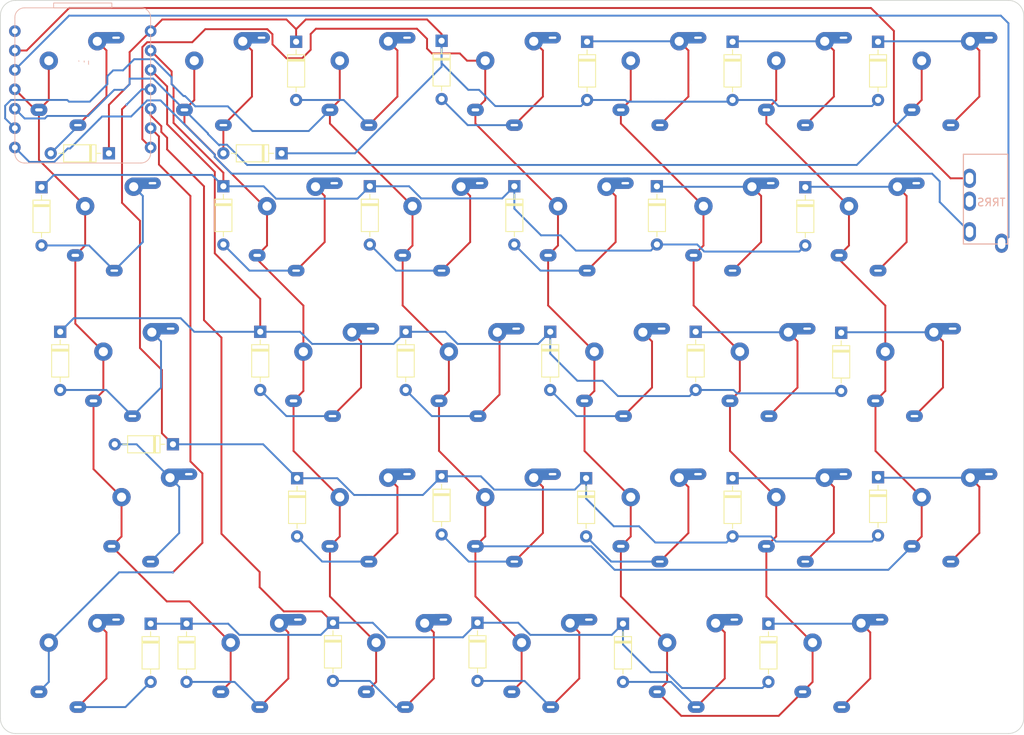
<source format=kicad_pcb>
(kicad_pcb (version 20221018) (generator pcbnew)
  (layers (0 "F.Cu" signal) (31 "B.Cu" signal) (34 "B.Paste" user) (35 "F.Paste" user) (36 "B.SilkS" user "B.Silkscreen") (37 "F.SilkS" user "F.Silkscreen") (38 "B.Mask" user) (39 "F.Mask" user) (44 "Edge.Cuts" user))
  (net 0 "")
  (net 1 "ROW1")
  (net 2 "Net-(D2-A)")
  (net 3 "Net-(D3-A)")
  (net 4 "Net-(D4-A)")
  (net 5 "Net-(D5-A)")
  (net 6 "Net-(D6-K)")
  (net 7 "Net-(D7-K)")
  (net 8 "Net-(D8-K)")
  (net 9 "Net-(D12-A)")
  (net 10 "Net-(D13-A)")
  (net 11 "Net-(D14-A)")
  (net 12 "Net-(D15-A)")
  (net 13 "Net-(D16-K)")
  (net 14 "Net-(D17-K)")
  (net 15 "Net-(D22-A)")
  (net 16 "Net-(D23-A)")
  (net 17 "Net-(D24-A)")
  (net 18 "Net-(D25-A)")
  (net 19 "Net-(D26-K)")
  (net 20 "Net-(D27-K)")
  (net 21 "Net-(D32-A)")
  (net 22 "Net-(D33-A)")
  (net 23 "Net-(D34-A)")
  (net 24 "Net-(D35-A)")
  (net 25 "Net-(D36-K)")
  (net 26 "Net-(D37-K)")
  (net 27 "Net-(D41-A)")
  (net 28 "Net-(D42-A)")
  (net 29 "Net-(D43-A)")
  (net 30 "Net-(D44-A)")
  (net 31 "Net-(D45-A)")
  (net 32 "Net-(D46-K)")
  (net 35 "ROW2")
  (net 36 "ROW3")
  (net 37 "ROW4")
  (net 38 "ROW5")
  (net 39 "COL1")
  (net 40 "COL2")
  (net 41 "COL3")
  (net 42 "COL4")
  (net 43 "COL5")
  (net 44 "VCC")
  (net 45 "GND")
  (net 46 "RX")
  (footprint "xiao:CherryMX_ChocV2_1u_with_2u_stabilizer" (layer "F.Cu") (at 66.675 128.5875)
    (fp_text reference "SW32" hide)
    (fp_text value "SW_PUSH" hide)
  )
  (footprint "foostan/kbd:CherryMX_ChocV2_1u" (layer "F.Cu") (at 100.0125 147.6375)
    (fp_text reference "SW43" hide)
    (fp_text value "SW_PUSH" hide)
  )
  (footprint "Diode_THT:D_DO-35_SOD27_P7.62mm_Horizontal" (layer "F.Cu") (at 66.675 142.621 -90)
    (fp_text reference "D41" hide)
    (fp_text value "1N4448" hide)
  )
  (footprint "Diode_THT:D_DO-35_SOD27_P7.62mm_Horizontal" (layer "F.Cu") (at 123.698 123.571 -90)
    (fp_text reference "D35" hide)
    (fp_text value "1N4448" hide)
  )
  (footprint "foostan/kbd:CherryMX_ChocV2_1u" (layer "F.Cu") (at 85.725 90.4875)
    (fp_text reference "SW13" hide)
    (fp_text value "SW_PUSH" hide)
  )
  (footprint "foostan/kbd:CherryMX_ChocV2_1u" (layer "F.Cu") (at 57.15 147.6375)
    (fp_text reference "SW41" hide)
    (fp_text value "SW_PUSH" hide)
  )
  (footprint "Diode_THT:D_DO-35_SOD27_P7.62mm_Horizontal" (layer "F.Cu") (at 161.925 66.421 -90)
    (fp_text reference "D8" hide)
    (fp_text value "1N4448" hide)
  )
  (footprint "Diode_THT:D_DO-35_SOD27_P7.62mm_Horizontal" (layer "F.Cu") (at 90.551 142.494 -90)
    (fp_text reference "D43" hide)
    (fp_text value "1N4448" hide)
  )
  (footprint "foostan/kbd:CherryMX_ChocV2_1u" (layer "F.Cu") (at 114.3 128.5875)
    (fp_text reference "SW34" hide)
    (fp_text value "SW_PUSH" hide)
  )
  (footprint "foostan/kbd:CherryMX_ChocV2_1u" (layer "F.Cu") (at 166.6875 109.5375)
    (fp_text reference "SW27" hide)
    (fp_text value "SW_PUSH" hide)
  )
  (footprint "Diode_THT:D_DO-35_SOD27_P7.62mm_Horizontal" (layer "F.Cu") (at 69.596 119.126 180)
    (fp_text reference "D32" hide)
    (fp_text value "1N4448" hide)
  )
  (footprint "Diode_THT:D_DO-35_SOD27_P7.62mm_Horizontal" (layer "F.Cu") (at 128.524 142.621 -90)
    (fp_text reference "D45" hide)
    (fp_text value "1N4448" hide)
  )
  (footprint "Diode_THT:D_DO-35_SOD27_P7.62mm_Horizontal" (layer "F.Cu") (at 83.82 81.026 180)
    (fp_text reference "D3" hide)
    (fp_text value "1N4448" hide)
  )
  (footprint "foostan/kbd:CherryMX_ChocV2_1u" (layer "F.Cu") (at 128.5875 109.5375)
    (fp_text reference "SW25" hide)
    (fp_text value "SW_PUSH" hide)
  )
  (footprint "foostan/kbd:CherryMX_ChocV2_1u" (layer "F.Cu") (at 133.35 71.4375)
    (fp_text reference "SW6" hide)
    (fp_text value "SW_PUSH" hide)
  )
  (footprint "foostan/kbd:CherryMX_ChocV2_1u" (layer "F.Cu") (at 95.25 71.4375)
    (fp_text reference "SW4" hide)
    (fp_text value "SW_PUSH" hide)
  )
  (footprint "Diode_THT:D_DO-35_SOD27_P7.62mm_Horizontal" (layer "F.Cu") (at 104.775 66.294 -90)
    (fp_text reference "D5" hide)
    (fp_text value "1N4448" hide)
  )
  (footprint "Diode_THT:D_DO-35_SOD27_P7.62mm_Horizontal" (layer "F.Cu") (at 54.83225 104.394 -90)
    (fp_text reference "D22" hide)
    (fp_text value "1N4448" hide)
  )
  (footprint "foostan/kbd:CherryMX_ChocV2_1u" (layer "F.Cu") (at 152.4 71.4375)
    (fp_text reference "SW7" hide)
    (fp_text value "SW_PUSH" hide)
  )
  (footprint "foostan/kbd:CherryMX_ChocV2_1u" (layer "F.Cu") (at 161.925 90.4875)
    (fp_text reference "SW17" hide)
    (fp_text value "SW_PUSH" hide)
  )
  (footprint "foostan/kbd:CherryMX_ChocV2_1u" (layer "F.Cu") (at 109.5375 109.5375)
    (fp_text reference "SW24" hide)
    (fp_text value "SW_PUSH" hide)
  )
  (footprint "Diode_THT:D_DO-35_SOD27_P7.62mm_Horizontal" (layer "F.Cu") (at 147.574 142.621 -90)
    (fp_text reference "D46" hide)
    (fp_text value "1N4448" hide)
  )
  (footprint "foostan/kbd:CherryMX_ChocV2_1u" (layer "F.Cu") (at 171.45 128.5875)
    (fp_text reference "SW37" hide)
    (fp_text value "SW_PUSH" hide)
  )
  (footprint "MountingHole:MountingHole_2.2mm_M2" (layer "F.Cu") (at 104.775 80.9625)
    (fp_text reference "H1" hide)
    (fp_text value "MountingHole" hide)
  )
  (footprint "foostan/kbd:CherryMX_ChocV2_1u" (layer "F.Cu") (at 61.9125 90.4875)
    (fp_text reference "SW12" hide)
    (fp_text value "SW_PUSH" hide)
  )
  (footprint "MountingHole:MountingHole_2.2mm_M2" (layer "F.Cu") (at 76.2 100.0125)
    (fp_text reference "H6" hide)
    (fp_text value "MountingHole" hide)
  )
  (footprint "Diode_THT:D_DO-35_SOD27_P7.62mm_Horizontal" (layer "F.Cu") (at 123.825 66.421 -90)
    (fp_text reference "D6" hide)
    (fp_text value "1N4448" hide)
  )
  (footprint "Diode_THT:D_DO-35_SOD27_P7.62mm_Horizontal" (layer "F.Cu") (at 100.076 104.394 -90)
    (fp_text reference "D24" hide)
    (fp_text value "1N4448" hide)
  )
  (footprint "MountingHole:MountingHole_2.2mm_M2" (layer "F.Cu") (at 171.45 80.9625)
    (fp_text reference "H5" hide)
    (fp_text value "MountingHole" hide)
  )
  (footprint "foostan/kbd:CherryMX_ChocV2_1u" (layer "F.Cu") (at 90.4875 109.5375)
    (fp_text reference "SW23" hide)
    (fp_text value "SW_PUSH" hide)
  )
  (footprint "Diode_THT:D_DO-35_SOD27_P7.62mm_Horizontal" (layer "F.Cu") (at 95.377 85.344 -90)
    (fp_text reference "D14" hide)
    (fp_text value "1N4448" hide)
  )
  (footprint "MountingHole:MountingHole_2.2mm_M2" (layer "F.Cu") (at 142.875 80.9625)
    (fp_text reference "H3" hide)
    (fp_text value "MountingHole" hide)
  )
  (footprint "foostan/kbd:CherryMX_ChocV2_1u" (layer "F.Cu") (at 95.25 128.5875)
    (fp_text reference "SW33" hide)
    (fp_text value "SW_PUSH" hide)
  )
  (footprint "foostan/kbd:CherryMX_ChocV2_1u" (layer "F.Cu") (at 123.825 90.4875)
    (fp_text reference "SW15" hide)
    (fp_text value "SW_PUSH" hide)
  )
  (footprint "foostan/kbd:CherryMX_ChocV2_1u" (layer "F.Cu") (at 157.1625 147.6375)
    (fp_text reference "SW46" hide)
    (fp_text value "SW_PUSH" hide)
  )
  (footprint "Diode_THT:D_DO-35_SOD27_P7.62mm_Horizontal" (layer "F.Cu") (at 71.374 142.621 -90)
    (fp_text reference "D42" hide)
    (fp_text value "1N4448" hide)
  )
  (footprint "foostan/kbd:CherryMX_ChocV2_1u" (layer "F.Cu") (at 80.9625 147.6375)
    (fp_text reference "SW42" hide)
    (fp_text value "SW_PUSH" hide)
  )
  (footprint "foostan/kbd:CherryMX_ChocV2_1u" (layer "F.Cu") (at 57.15 71.4375)
    (fp_text reference "SW2" hide)
    (fp_text value "SW_PUSH" hide)
  )
  (footprint "Diode_THT:D_DO-35_SOD27_P7.62mm_Horizontal" (layer "F.Cu") (at 76.2 85.344 -90)
    (fp_text reference "D13" hide)
    (fp_text value "1N4448" hide)
  )
  (footprint "MountingHole:MountingHole_2.2mm_M2" (layer "F.Cu") (at 161.925 138.1125)
    (fp_text reference "H4" hide)
    (fp_text value "MountingHole" hide)
  )
  (footprint "foostan/kbd:CherryMX_ChocV2_1u" (layer "F.Cu") (at 76.2 71.4375)
    (fp_text reference "SW3" hide)
    (fp_text value "SW_PUSH" hide)
  )
  (footprint "Diode_THT:D_DO-35_SOD27_P7.62mm_Horizontal" (layer "F.Cu") (at 52.3875 85.471 -90)
    (fp_text reference "D12" hide)
    (fp_text value "1N4448" hide)
  )
  (footprint "Diode_THT:D_DO-35_SOD27_P7.62mm_Horizontal" (layer "F.Cu") (at 81.026 104.394 -90)
    (fp_text reference "D23" hide)
    (fp_text value "1N4448" hide)
  )
  (footprint "Diode_THT:D_DO-35_SOD27_P7.62mm_Horizontal" (layer "F.Cu") (at 142.875 123.571 -90)
    (fp_text reference "D36" hide)
    (fp_text value "1N4448" hide)
  )
  (footprint "Diode_THT:D_DO-35_SOD27_P7.62mm_Horizontal" (layer "F.Cu") (at 118.999 104.394 -90)
    (fp_text reference "D25" hide)
    (fp_text value "1N4448" hide)
  )
  (footprint "Diode_THT:D_DO-35_SOD27_P7.62mm_Horizontal" (layer "F.Cu") (at 85.725 66.421 -90)
    (fp_text reference "D4" hide)
    (fp_text value "1N4448" hide)
  )
  (footprint "foostan/kbd:CherryMX_ChocV2_1u" (layer "F.Cu") (at 147.6375 109.5375)
    (fp_text reference "SW26" hide)
    (fp_text value "SW_PUSH" hide)
  )
  (footprint "Diode_THT:D_DO-35_SOD27_P7.62mm_Horizontal" (layer "F.Cu") (at 109.474 142.494 -90)
    (fp_text reference "D44" hide)
    (fp_text value "1N4448" hide)
  )
  (footprint "foostan/kbd:CherryMX_ChocV2_1u" (layer "F.Cu") (at 104.775 90.4875)
    (fp_text reference "SW14" hide)
    (fp_text value "SW_PUSH" hide)
  )
  (footprint "foostan/kbd:CherryMX_ChocV2_1u" (layer "F.Cu") (at 133.35 128.5875)
    (fp_text reference "SW35" hide)
    (fp_text value "SW_PUSH" hide)
  )
  (footprint "foostan/kbd:CherryMX_ChocV2_1u" (layer "F.Cu") (at 64.29375 109.5375)
    (fp_text reference "SW22" hide)
    (fp_text value "SW_PUSH" hide)
  )
  (footprint "foostan/kbd:CherryMX_ChocV2_1u" (layer "F.Cu") (at 114.3 71.4375)
    (fp_text reference "SW5" hide)
    (fp_text value "SW_PUSH" hide)
  )
  (footprint "Diode_THT:D_DO-35_SOD27_P7.62mm_Horizontal" (layer "F.Cu") (at 85.852 123.571 -90)
    (fp_text reference "D33" hide)
    (fp_text value "1N4448" hide)
  )
  (footprint "foostan/kbd:CherryMX_ChocV2_1u" (layer "F.Cu") (at 142.875 90.4875)
    (fp_text reference "SW16" hide)
    (fp_text value "SW_PUSH" hide)
  )
  (footprint "Diode_THT:D_DO-35_SOD27_P7.62mm_Horizontal" (layer "F.Cu") (at 161.925 123.444 -90)
    (fp_text reference "D37" hide)
    (fp_text value "1N4448" hide)
  )
  (footprint "foostan/kbd:CherryMX_ChocV2_1u" (layer "F.Cu") (at 119.0625 147.6375)
    (fp_text reference "SW44" hide)
    (fp_text value "SW_PUSH" hide)
  )
  (footprint "Diode_THT:D_DO-35_SOD27_P7.62mm_Horizontal" (layer "F.Cu") (at 104.775 123.317 -90)
    (fp_text reference "D34" hide)
    (fp_text value "1N4448" hide)
  )
  (footprint "Diode_THT:D_DO-35_SOD27_P7.62mm_Horizontal" (layer "F.Cu") (at 114.3 85.344 -90)
    (fp_text reference "D15" hide)
    (fp_text value "1N4448" hide)
  )
  (footprint "foostan/kbd:CherryMX_ChocV2_1u" (layer "F.Cu") (at 152.4 128.5875)
    (fp_text reference "SW36" hide)
    (fp_text value "SW_PUSH" hide)
  )
  (footprint "Diode_THT:D_DO-35_SOD27_P7.62mm_Horizontal" (layer "F.Cu") (at 132.969 85.344 -90)
    (fp_text reference "D16" hide)
    (fp_text value "1N4448" hide)
  )
  (footprint "foostan/kbd:CherryMX_ChocV2_1u" (layer "F.Cu") (at 138.1125 147.6375)
    (fp_text reference "SW45" hide)
    (fp_text value "SW_PUSH" hide)
  )
  (footprint "Diode_THT:D_DO-35_SOD27_P7.62mm_Horizontal" (layer "F.Cu") (at 152.4 85.471 -90)
    (fp_text reference "D17" hide)
    (fp_text value "1N4448" hide)
  )
  (footprint "foostan/kbd:CherryMX_ChocV2_1u" (layer "F.Cu") (at 171.45 71.4375)
    (fp_text reference "SW8" hide)
    (fp_text value "SW_PUSH" hide)
  )
  (footprint "Diode_THT:D_DO-35_SOD27_P7.62mm_Horizontal" (layer "F.Cu") (at 157.099 104.521 -90)
    (fp_text reference "D27" hide)
    (fp_text value "1N4448" hide)
  )
  (footprint "MountingHole:MountingHole_2.2mm_M2" (layer "F.Cu") (at 85.725 138.1125)
    (fp_text reference "H7" hide)
    (fp_text value "MountingHole" hide)
  )
  (footprint "MountingHole:MountingHole_2.2mm_M2" (layer "F.Cu") (at 157.1625 100.0125)
    (fp_text reference "H8" hide)
    (fp_text value "MountingHole" hide)
  )
  (footprint "Diode_THT:D_DO-35_SOD27_P7.62mm_Horizontal" (layer "F.Cu") (at 138.049 104.394 -90)
    (fp_text reference "D26" hide)
    (fp_text value "1N4448" hide)
  )
  (footprint "Diode_THT:D_DO-35_SOD27_P7.62mm_Horizontal" (layer "F.Cu") (at 61.214 81.026 180)
    (fp_text reference "D2" hide)
    (fp_text value "1N4448" hide)
  )
  (footprint "Diode_THT:D_DO-35_SOD27_P7.62mm_Horizontal" (layer "F.Cu") (at 142.875 66.421 -90)
    (fp_text reference "D7" hide)
    (fp_text value "1N4448" hide)
  )
  (footprint "MountingHole:MountingHole_2.2mm_M2" (layer "F.Cu") (at 123.825 138.1125)
    (fp_text reference "H2" hide)
    (fp_text value "MountingHole" hide)
  )
  (footprint "foostan/kbd:MJ-4PP-9_1side" (layer "B.Cu") (at 176 81 180)
    (fp_text reference "J1")
    (fp_text value "MJ-4PP-9" hide)
  )
  (footprint "xiao:xiao-wide" (layer "B.Cu") (at 56.515 85.344 180)
    (fp_text reference "U1")
    (fp_text value "102010388" hide)
  )
  (gr_arc (start 181 155) (mid 180.414214 156.414214) (end 179 157) (stroke (width 0.1)) (layer "Edge.Cuts"))
  (gr_line (start 49 61) (end 179 61) (stroke (width 0.1)) (layer "Edge.Cuts"))
  (gr_arc (start 179 61) (mid 180.414214 61.585786) (end 181 63) (stroke (width 0.1)) (layer "Edge.Cuts"))
  (gr_line (start 181 63) (end 181 155) (stroke (width 0.1)) (layer "Edge.Cuts"))
  (gr_line (start 179 157) (end 49 157) (stroke (width 0.1)) (layer "Edge.Cuts"))
  (gr_line (start 47 63) (end 47 155) (stroke (width 0.1)) (layer "Edge.Cuts"))
  (gr_arc (start 49 157) (mid 47.585786 156.414214) (end 47 155) (stroke (width 0.1)) (layer "Edge.Cuts"))
  (gr_arc (start 47 63) (mid 47.585786 61.585786) (end 49 61) (stroke (width 0.1)) (layer "Edge.Cuts"))
  (segment (start 86.995 63.5) (end 102.87 63.5) (width 0.25) (layer "F.Cu") (net 1))
  (segment (start 61.214 74.676622) (end 61.214 81.026) (width 0.25) (layer "F.Cu") (net 1))
  (segment (start 68.199 63.5) (end 84.455 63.5) (width 0.25) (layer "F.Cu") (net 1))
  (segment (start 85.725 64.77) (end 85.725 66.421) (width 0.25) (layer "F.Cu") (net 1))
  (segment (start 63.925 67.774) (end 63.925 71.965622) (width 0.25) (layer "F.Cu") (net 1))
  (segment (start 84.455 63.5) (end 85.725 64.77) (width 0.25) (layer "F.Cu") (net 1))
  (segment (start 63.925 71.965622) (end 61.214 74.676622) (width 0.25) (layer "F.Cu") (net 1))
  (segment (start 104.775 65.405) (end 104.775 66.294) (width 0.25) (layer "F.Cu") (net 1))
  (segment (start 85.725 64.77) (end 86.995 63.5) (width 0.25) (layer "F.Cu") (net 1))
  (segment (start 102.87 63.5) (end 104.775 65.405) (width 0.25) (layer "F.Cu") (net 1))
  (segment (start 66.675 65.024) (end 63.925 67.774) (width 0.25) (layer "F.Cu") (net 1))
  (segment (start 66.675 65.024) (end 68.199 63.5) (width 0.25) (layer "F.Cu") (net 1))
  (segment (start 108.271878 72.7125) (end 104.775 69.215622) (width 0.25) (layer "B.Cu") (net 1))
  (segment (start 142.6535 74.2625) (end 129.06599 74.2625) (width 0.25) (layer "B.Cu") (net 1))
  (segment (start 161.925 74.041) (end 161.125001 74.840999) (width 0.25) (layer "B.Cu") (net 1))
  (segment (start 128.84449 74.041) (end 123.825 74.041) (width 0.25) (layer "B.Cu") (net 1))
  (segment (start 148.881999 74.840999) (end 148.082 74.041) (width 0.25) (layer "B.Cu") (net 1))
  (segment (start 109.677412 72.7125) (end 108.271878 72.7125) (width 0.25) (layer "B.Cu") (net 1))
  (segment (start 148.082 74.041) (end 142.875 74.041) (width 0.25) (layer "B.Cu") (net 1))
  (segment (start 123.825 74.041) (end 123.025001 74.840999) (width 0.25) (layer "B.Cu") (net 1))
  (segment (start 161.125001 74.840999) (end 148.881999 74.840999) (width 0.25) (layer "B.Cu") (net 1))
  (segment (start 129.06599 74.2625) (end 128.84449 74.041) (width 0.25) (layer "B.Cu") (net 1))
  (segment (start 142.875 74.041) (end 142.6535 74.2625) (width 0.25) (layer "B.Cu") (net 1))
  (segment (start 104.775 69.68278) (end 104.775 66.294) (width 0.25) (layer "B.Cu") (net 1))
  (segment (start 93.43178 81.026) (end 104.775 69.68278) (width 0.25) (layer "B.Cu") (net 1))
  (segment (start 123.025001 74.840999) (end 111.805911 74.840999) (width 0.25) (layer "B.Cu") (net 1))
  (segment (start 83.82 81.026) (end 93.43178 81.026) (width 0.25) (layer "B.Cu") (net 1))
  (segment (start 111.805911 74.840999) (end 109.677412 72.7125) (width 0.25) (layer "B.Cu") (net 1))
  (segment (start 104.775 69.215622) (end 104.775 66.294) (width 0.25) (layer "B.Cu") (net 1))
  (segment (start 60.89 67.5575) (end 60.89 73.5975) (width 0.25) (layer "F.Cu") (net 2))
  (segment (start 59.69 66.3575) (end 60.89 67.5575) (width 0.25) (layer "F.Cu") (net 2))
  (segment (start 60.89 73.5975) (end 57.15 77.3375) (width 0.25) (layer "F.Cu") (net 2))
  (segment (start 57.15 77.47) (end 53.594 81.026) (width 0.25) (layer "B.Cu") (net 2))
  (segment (start 57.15 77.3375) (end 57.15 77.47) (width 0.25) (layer "B.Cu") (net 2))
  (segment (start 78.74 66.3575) (end 79.94 67.5575) (width 0.25) (layer "F.Cu") (net 3))
  (segment (start 79.94 73.5975) (end 76.2 77.3375) (width 0.25) (layer "F.Cu") (net 3))
  (segment (start 79.94 67.5575) (end 79.94 73.5975) (width 0.25) (layer "F.Cu") (net 3))
  (segment (start 76.2 77.3375) (end 76.2 81.026) (width 0.25) (layer "F.Cu") (net 3))
  (segment (start 97.79 66.3575) (end 98.99 67.5575) (width 0.25) (layer "F.Cu") (net 4))
  (segment (start 98.99 73.5975) (end 95.25 77.3375) (width 0.25) (layer "F.Cu") (net 4))
  (segment (start 98.99 67.5575) (end 98.99 73.5975) (width 0.25) (layer "F.Cu") (net 4))
  (segment (start 91.9535 74.041) (end 85.725 74.041) (width 0.25) (layer "B.Cu") (net 4))
  (segment (start 95.25 77.3375) (end 91.9535 74.041) (width 0.25) (layer "B.Cu") (net 4))
  (segment (start 116.84 66.3575) (end 118.04 67.5575) (width 0.25) (layer "F.Cu") (net 5))
  (segment (start 118.04 67.5575) (end 118.04 73.5975) (width 0.25) (layer "F.Cu") (net 5))
  (segment (start 118.04 73.5975) (end 114.3 77.3375) (width 0.25) (layer "F.Cu") (net 5))
  (segment (start 108.1985 77.3375) (end 104.775 73.914) (width 0.25) (layer "B.Cu") (net 5))
  (segment (start 114.3 77.3375) (end 108.1985 77.3375) (width 0.25) (layer "B.Cu") (net 5))
  (segment (start 137.09 73.5975) (end 133.35 77.3375) (width 0.25) (layer "F.Cu") (net 6))
  (segment (start 135.89 66.3575) (end 137.09 67.5575) (width 0.25) (layer "F.Cu") (net 6))
  (segment (start 137.09 67.5575) (end 137.09 73.5975) (width 0.25) (layer "F.Cu") (net 6))
  (segment (start 135.89 66.3575) (end 123.8885 66.3575) (width 0.25) (layer "B.Cu") (net 6))
  (segment (start 123.8885 66.3575) (end 123.825 66.421) (width 0.25) (layer "B.Cu") (net 6))
  (segment (start 154.94 66.3575) (end 156.14 67.5575) (width 0.25) (layer "F.Cu") (net 7))
  (segment (start 156.14 73.5975) (end 152.4 77.3375) (width 0.25) (layer "F.Cu") (net 7))
  (segment (start 156.14 67.5575) (end 156.14 73.5975) (width 0.25) (layer "F.Cu") (net 7))
  (segment (start 154.94 66.3575) (end 142.9385 66.3575) (width 0.25) (layer "B.Cu") (net 7))
  (segment (start 142.9385 66.3575) (end 142.875 66.421) (width 0.25) (layer "B.Cu") (net 7))
  (segment (start 175.19 67.5575) (end 175.19 73.5975) (width 0.25) (layer "F.Cu") (net 8))
  (segment (start 173.99 66.3575) (end 175.19 67.5575) (width 0.25) (layer "F.Cu") (net 8))
  (segment (start 175.19 73.5975) (end 171.45 77.3375) (width 0.25) (layer "F.Cu") (net 8))
  (segment (start 161.9885 66.3575) (end 161.925 66.421) (width 0.25) (layer "B.Cu") (net 8))
  (segment (start 173.99 66.3575) (end 161.9885 66.3575) (width 0.25) (layer "B.Cu") (net 8))
  (segment (start 52.3875 93.091) (end 58.616 93.091) (width 0.25) (layer "B.Cu") (net 9))
  (segment (start 65.6525 92.6475) (end 65.6525 86.6075) (width 0.25) (layer "B.Cu") (net 9))
  (segment (start 58.616 93.091) (end 61.9125 96.3875) (width 0.25) (layer "B.Cu") (net 9))
  (segment (start 61.9125 96.3875) (end 65.6525 92.6475) (width 0.25) (layer "B.Cu") (net 9))
  (segment (start 65.6525 86.6075) (end 64.4525 85.4075) (width 0.25) (layer "B.Cu") (net 9))
  (segment (start 89.465 86.6075) (end 89.465 92.6475) (width 0.25) (layer "F.Cu") (net 10))
  (segment (start 88.265 85.4075) (end 89.465 86.6075) (width 0.25) (layer "F.Cu") (net 10))
  (segment (start 89.465 92.6475) (end 85.725 96.3875) (width 0.25) (layer "F.Cu") (net 10))
  (segment (start 79.6235 96.3875) (end 76.2 92.964) (width 0.25) (layer "B.Cu") (net 10))
  (segment (start 85.725 96.3875) (end 79.6235 96.3875) (width 0.25) (layer "B.Cu") (net 10))
  (segment (start 108.515 86.6075) (end 108.515 92.6475) (width 0.25) (layer "F.Cu") (net 11))
  (segment (start 107.315 85.4075) (end 108.515 86.6075) (width 0.25) (layer "F.Cu") (net 11))
  (segment (start 108.515 92.6475) (end 104.775 96.3875) (width 0.25) (layer "F.Cu") (net 11))
  (segment (start 98.8005 96.3875) (end 95.377 92.964) (width 0.25) (layer "B.Cu") (net 11))
  (segment (start 104.775 96.3875) (end 98.8005 96.3875) (width 0.25) (layer "B.Cu") (net 11))
  (segment (start 127.565 92.6475) (end 123.825 96.3875) (width 0.25) (layer "F.Cu") (net 12))
  (segment (start 126.365 85.4075) (end 127.565 86.6075) (width 0.25) (layer "F.Cu") (net 12))
  (segment (start 127.565 86.6075) (end 127.565 92.6475) (width 0.25) (layer "F.Cu") (net 12))
  (segment (start 123.825 96.3875) (end 117.7235 96.3875) (width 0.25) (layer "B.Cu") (net 12))
  (segment (start 117.7235 96.3875) (end 114.3 92.964) (width 0.25) (layer "B.Cu") (net 12))
  (segment (start 145.415 85.4075) (end 146.615 86.6075) (width 0.25) (layer "F.Cu") (net 13))
  (segment (start 146.615 92.6475) (end 142.875 96.3875) (width 0.25) (layer "F.Cu") (net 13))
  (segment (start 146.615 86.6075) (end 146.615 92.6475) (width 0.25) (layer "F.Cu") (net 13))
  (segment (start 145.415 85.4075) (end 133.0325 85.4075) (width 0.25) (layer "B.Cu") (net 13))
  (segment (start 133.0325 85.4075) (end 132.969 85.344) (width 0.25) (layer "B.Cu") (net 13))
  (segment (start 165.665 86.6075) (end 165.665 92.6475) (width 0.25) (layer "F.Cu") (net 14))
  (segment (start 164.465 85.4075) (end 165.665 86.6075) (width 0.25) (layer "F.Cu") (net 14))
  (segment (start 165.665 92.6475) (end 161.925 96.3875) (width 0.25) (layer "F.Cu") (net 14))
  (segment (start 164.465 85.4075) (end 152.4635 85.4075) (width 0.25) (layer "B.Cu") (net 14))
  (segment (start 152.4635 85.4075) (end 152.4 85.471) (width 0.25) (layer "B.Cu") (net 14))
  (segment (start 64.29375 115.4375) (end 68.03375 111.6975) (width 0.25) (layer "B.Cu") (net 15))
  (segment (start 60.87025 112.014) (end 64.29375 115.4375) (width 0.25) (layer "B.Cu") (net 15))
  (segment (start 68.03375 105.6575) (end 66.83375 104.4575) (width 0.25) (layer "B.Cu") (net 15))
  (segment (start 68.03375 111.6975) (end 68.03375 105.6575) (width 0.25) (layer "B.Cu") (net 15))
  (segment (start 54.83225 112.014) (end 60.87025 112.014) (width 0.25) (layer "B.Cu") (net 15))
  (segment (start 94.2275 105.6575) (end 94.2275 111.6975) (width 0.25) (layer "F.Cu") (net 16))
  (segment (start 94.2275 111.6975) (end 90.4875 115.4375) (width 0.25) (layer "F.Cu") (net 16))
  (segment (start 93.0275 104.4575) (end 94.2275 105.6575) (width 0.25) (layer "F.Cu") (net 16))
  (segment (start 84.4495 115.4375) (end 81.026 112.014) (width 0.25) (layer "B.Cu") (net 16))
  (segment (start 90.4875 115.4375) (end 84.4495 115.4375) (width 0.25) (layer "B.Cu") (net 16))
  (segment (start 112.3625 104.7425) (end 112.3625 112.6125) (width 0.25) (layer "F.Cu") (net 17))
  (segment (start 112.3625 112.6125) (end 109.5375 115.4375) (width 0.25) (layer "F.Cu") (net 17))
  (segment (start 112.0775 104.4575) (end 112.3625 104.7425) (width 0.25) (layer "F.Cu") (net 17))
  (segment (start 103.4995 115.4375) (end 100.076 112.014) (width 0.25) (layer "B.Cu") (net 17))
  (segment (start 109.5375 115.4375) (end 103.4995 115.4375) (width 0.25) (layer "B.Cu") (net 17))
  (segment (start 132.3275 111.6975) (end 128.5875 115.4375) (width 0.25) (layer "F.Cu") (net 18))
  (segment (start 131.1275 104.4575) (end 132.3275 105.6575) (width 0.25) (layer "F.Cu") (net 18))
  (segment (start 132.3275 105.6575) (end 132.3275 111.6975) (width 0.25) (layer "F.Cu") (net 18))
  (segment (start 128.5875 115.4375) (end 122.4225 115.4375) (width 0.25) (layer "B.Cu") (net 18))
  (segment (start 122.4225 115.4375) (end 118.999 112.014) (width 0.25) (layer "B.Cu") (net 18))
  (segment (start 150.1775 104.4575) (end 151.3775 105.6575) (width 0.25) (layer "F.Cu") (net 19))
  (segment (start 151.3775 105.6575) (end 151.3775 111.6975) (width 0.25) (layer "F.Cu") (net 19))
  (segment (start 151.3775 111.6975) (end 147.6375 115.4375) (width 0.25) (layer "F.Cu") (net 19))
  (segment (start 138.1125 104.4575) (end 138.049 104.394) (width 0.25) (layer "B.Cu") (net 19))
  (segment (start 150.1775 104.4575) (end 138.1125 104.4575) (width 0.25) (layer "B.Cu") (net 19))
  (segment (start 169.2275 104.4575) (end 170.4275 105.6575) (width 0.25) (layer "F.Cu") (net 20))
  (segment (start 170.4275 105.6575) (end 170.4275 111.6975) (width 0.25) (layer "F.Cu") (net 20))
  (segment (start 170.4275 111.6975) (end 166.6875 115.4375) (width 0.25) (layer "F.Cu") (net 20))
  (segment (start 157.1625 104.4575) (end 157.099 104.521) (width 0.25) (layer "B.Cu") (net 20))
  (segment (start 169.2275 104.4575) (end 157.1625 104.4575) (width 0.25) (layer "B.Cu") (net 20))
  (segment (start 66.675 134.4875) (end 70.415 130.7475) (width 0.25) (layer "B.Cu") (net 21))
  (segment (start 64.8335 119.126) (end 69.215 123.5075) (width 0.25) (layer "B.Cu") (net 21))
  (segment (start 70.415 130.7475) (end 70.415 124.7075) (width 0.25) (layer "B.Cu") (net 21))
  (segment (start 61.976 119.126) (end 64.8335 119.126) (width 0.25) (layer "B.Cu") (net 21))
  (segment (start 70.415 124.7075) (end 69.215 123.5075) (width 0.25) (layer "B.Cu") (net 21))
  (segment (start 97.79 123.5075) (end 98.99 124.7075) (width 0.25) (layer "F.Cu") (net 22))
  (segment (start 98.99 124.7075) (end 98.99 130.7475) (width 0.25) (layer "F.Cu") (net 22))
  (segment (start 98.99 130.7475) (end 95.25 134.4875) (width 0.25) (layer "F.Cu") (net 22))
  (segment (start 89.1485 134.4875) (end 85.852 131.191) (width 0.25) (layer "B.Cu") (net 22))
  (segment (start 95.25 134.4875) (end 89.1485 134.4875) (width 0.25) (layer "B.Cu") (net 22))
  (segment (start 118.04 124.7075) (end 118.04 130.7475) (width 0.25) (layer "F.Cu") (net 23))
  (segment (start 118.04 130.7475) (end 114.3 134.4875) (width 0.25) (layer "F.Cu") (net 23))
  (segment (start 116.84 123.5075) (end 118.04 124.7075) (width 0.25) (layer "F.Cu") (net 23))
  (segment (start 108.3255 134.4875) (end 104.775 130.937) (width 0.25) (layer "B.Cu") (net 23))
  (segment (start 114.3 134.4875) (end 108.3255 134.4875) (width 0.25) (layer "B.Cu") (net 23))
  (segment (start 137.09 124.7075) (end 137.09 130.7475) (width 0.25) (layer "F.Cu") (net 24))
  (segment (start 137.09 130.7475) (end 133.35 134.4875) (width 0.25) (layer "F.Cu") (net 24))
  (segment (start 135.89 123.5075) (end 137.09 124.7075) (width 0.25) (layer "F.Cu") (net 24))
  (segment (start 133.35 134.4875) (end 126.9945 134.4875) (width 0.25) (layer "B.Cu") (net 24))
  (segment (start 126.9945 134.4875) (end 123.698 131.191) (width 0.25) (layer "B.Cu") (net 24))
  (segment (start 156.14 124.7075) (end 156.14 130.7475) (width 0.25) (layer "F.Cu") (net 25))
  (segment (start 156.14 130.7475) (end 152.4 134.4875) (width 0.25) (layer "F.Cu") (net 25))
  (segment (start 154.94 123.5075) (end 156.14 124.7075) (width 0.25) (layer "F.Cu") (net 25))
  (segment (start 154.8765 123.571) (end 154.94 123.5075) (width 0.25) (layer "B.Cu") (net 25))
  (segment (start 142.875 123.571) (end 154.8765 123.571) (width 0.25) (layer "B.Cu") (net 25))
  (segment (start 175.19 130.7475) (end 171.45 134.4875) (width 0.25) (layer "F.Cu") (net 26))
  (segment (start 173.99 123.5075) (end 175.19 124.7075) (width 0.25) (layer "F.Cu") (net 26))
  (segment (start 175.19 124.7075) (end 175.19 130.7475) (width 0.25) (layer "F.Cu") (net 26))
  (segment (start 173.99 123.5075) (end 161.9885 123.5075) (width 0.25) (layer "B.Cu") (net 26))
  (segment (start 161.9885 123.5075) (end 161.925 123.444) (width 0.25) (layer "B.Cu") (net 26))
  (segment (start 59.69 142.5575) (end 60.89 143.7575) (width 0.25) (layer "F.Cu") (net 27))
  (segment (start 60.89 149.7975) (end 57.15 153.5375) (width 0.25) (layer "F.Cu") (net 27))
  (segment (start 60.89 143.7575) (end 60.89 149.7975) (width 0.25) (layer "F.Cu") (net 27))
  (segment (start 63.3785 153.5375) (end 66.675 150.241) (width 0.25) (layer "B.Cu") (net 27))
  (segment (start 57.15 153.5375) (end 63.3785 153.5375) (width 0.25) (layer "B.Cu") (net 27))
  (segment (start 84.7025 149.7975) (end 80.9625 153.5375) (width 0.25) (layer "F.Cu") (net 28))
  (segment (start 83.5025 142.5575) (end 84.7025 143.7575) (width 0.25) (layer "F.Cu") (net 28))
  (segment (start 84.7025 143.7575) (end 84.7025 149.7975) (width 0.25) (layer "F.Cu") (net 28))
  (segment (start 77.666 150.241) (end 80.9625 153.5375) (width 0.25) (layer "B.Cu") (net 28))
  (segment (start 71.374 150.241) (end 77.666 150.241) (width 0.25) (layer "B.Cu") (net 28))
  (segment (start 103.7525 143.7575) (end 103.7525 149.7975) (width 0.25) (layer "F.Cu") (net 29))
  (segment (start 102.5525 142.5575) (end 103.7525 143.7575) (width 0.25) (layer "F.Cu") (net 29))
  (segment (start 103.7525 149.7975) (end 100.0125 153.5375) (width 0.25) (layer "F.Cu") (net 29))
  (segment (start 90.551 150.114) (end 95.37999 150.114) (width 0.25) (layer "B.Cu") (net 29))
  (segment (start 95.37999 150.114) (end 98.80349 153.5375) (width 0.25) (layer "B.Cu") (net 29))
  (segment (start 98.80349 153.5375) (end 100.0125 153.5375) (width 0.25) (layer "B.Cu") (net 29))
  (segment (start 122.8025 149.7975) (end 119.0625 153.5375) (width 0.25) (layer "F.Cu") (net 30))
  (segment (start 122.8025 143.7575) (end 122.8025 149.7975) (width 0.25) (layer "F.Cu") (net 30))
  (segment (start 121.6025 142.5575) (end 122.8025 143.7575) (width 0.25) (layer "F.Cu") (net 30))
  (segment (start 115.639 150.114) (end 119.0625 153.5375) (width 0.25) (layer "B.Cu") (net 30))
  (segment (start 109.474 150.114) (end 115.639 150.114) (width 0.25) (layer "B.Cu") (net 30))
  (segment (start 141.8525 149.7975) (end 138.1125 153.5375) (width 0.25) (layer "F.Cu") (net 31))
  (segment (start 140.6525 142.5575) (end 141.8525 143.7575) (width 0.25) (layer "F.Cu") (net 31))
  (segment (start 141.8525 143.7575) (end 141.8525 149.7975) (width 0.25) (layer "F.Cu") (net 31))
  (segment (start 134.816 150.241) (end 138.1125 153.5375) (width 0.25) (layer "B.Cu") (net 31))
  (segment (start 128.524 150.241) (end 134.816 150.241) (width 0.25) (layer "B.Cu") (net 31))
  (segment (start 160.9025 143.7575) (end 160.9025 149.7975) (width 0.25) (layer "F.Cu") (net 32))
  (segment (start 159.7025 142.5575) (end 160.9025 143.7575) (width 0.25) (layer "F.Cu") (net 32))
  (segment (start 160.9025 149.7975) (end 157.1625 153.5375) (width 0.25) (layer "F.Cu") (net 32))
  (segment (start 159.639 142.621) (end 159.7025 142.5575) (width 0.25) (layer "B.Cu") (net 32))
  (segment (start 147.574 142.621) (end 159.639 142.621) (width 0.25) (layer "B.Cu") (net 32))
  (segment (start 76.2 83.566) (end 76.2 85.344) (width 0.25) (layer "F.Cu") (net 35))
  (segment (start 69.675 72.215) (end 69.675 77.041) (width 0.25) (layer "F.Cu") (net 35))
  (segment (start 69.425 71.965) (end 69.675 72.215) (width 0.25) (layer "F.Cu") (net 35))
  (segment (start 66.675 67.564) (end 69.425 70.314) (width 0.25) (layer "F.Cu") (net 35))
  (segment (start 69.425 70.314) (end 69.425 71.965) (width 0.25) (layer "F.Cu") (net 35))
  (segment (start 69.675 77.041) (end 76.2 83.566) (width 0.25) (layer "F.Cu") (net 35))
  (segment (start 93.756588 86.964412) (end 83.088588 86.964412) (width 0.25) (layer "B.Cu") (net 35))
  (segment (start 114.3 88.265622) (end 114.3 85.344) (width 0.25) (layer "B.Cu") (net 35))
  (segment (start 74.711601 83.855601) (end 76.2 85.344) (width 0.25) (layer "B.Cu") (net 35))
  (segment (start 151.600001 93.890999) (end 139.169489 93.890999) (width 0.25) (layer "B.Cu") (net 35))
  (segment (start 54.002899 83.855601) (end 74.711601 83.855601) (width 0.25) (layer "B.Cu") (net 35))
  (segment (start 52.3875 85.471) (end 54.002899 83.855601) (width 0.25) (layer "B.Cu") (net 35))
  (segment (start 132.969 92.964) (end 132.169001 93.763999) (width 0.25) (layer "B.Cu") (net 35))
  (segment (start 114.3 85.344) (end 112.7115 86.9325) (width 0.25) (layer "B.Cu") (net 35))
  (segment (start 112.7115 86.9325) (end 102.106676 86.9325) (width 0.25) (layer "B.Cu") (net 35))
  (segment (start 152.4 93.091) (end 151.600001 93.890999) (width 0.25) (layer "B.Cu") (net 35))
  (segment (start 95.377 85.344) (end 93.756588 86.964412) (width 0.25) (layer "B.Cu") (net 35))
  (segment (start 122.356911 93.763999) (end 120.355412 91.7625) (width 0.25) (layer "B.Cu") (net 35))
  (segment (start 100.518176 85.344) (end 95.377 85.344) (width 0.25) (layer "B.Cu") (net 35))
  (segment (start 138.24249 92.964) (end 132.969 92.964) (width 0.25) (layer "B.Cu") (net 35))
  (segment (start 83.088588 86.964412) (end 81.468176 85.344) (width 0.25) (layer "B.Cu") (net 35))
  (segment (start 132.169001 93.763999) (end 122.356911 93.763999) (width 0.25) (layer "B.Cu") (net 35))
  (segment (start 120.355412 91.7625) (end 117.796878 91.7625) (width 0.25) (layer "B.Cu") (net 35))
  (segment (start 117.796878 91.7625) (end 114.3 88.265622) (width 0.25) (layer "B.Cu") (net 35))
  (segment (start 102.106676 86.9325) (end 100.518176 85.344) (width 0.25) (layer "B.Cu") (net 35))
  (segment (start 81.468176 85.344) (end 76.2 85.344) (width 0.25) (layer "B.Cu") (net 35))
  (segment (start 139.169489 93.890999) (end 138.24249 92.964) (width 0.25) (layer "B.Cu") (net 35))
  (segment (start 68.834 77.216) (end 75.075 83.457) (width 0.25) (layer "F.Cu") (net 36))
  (segment (start 75.075 94.125) (end 81.026 100.076) (width 0.25) (layer "F.Cu") (net 36))
  (segment (start 81.026 100.076) (end 81.026 104.394) (width 0.25) (layer "F.Cu") (net 36))
  (segment (start 68.834 72.263) (end 68.834 77.216) (width 0.25) (layer "F.Cu") (net 36))
  (segment (start 75.075 83.457) (end 75.075 94.125) (width 0.25) (layer "F.Cu") (net 36))
  (segment (start 66.675 70.104) (end 68.834 72.263) (width 0.25) (layer "F.Cu") (net 36))
  (segment (start 100.076 104.394) (end 98.4875 105.9825) (width 0.25) (layer "B.Cu") (net 36))
  (segment (start 106.8715 105.9825) (end 105.283 104.394) (width 0.25) (layer "B.Cu") (net 36))
  (segment (start 105.283 104.394) (end 100.076 104.394) (width 0.25) (layer "B.Cu") (net 36))
  (segment (start 156.782995 112.457005) (end 143.447995 112.457005) (width 0.25) (layer "B.Cu") (net 36))
  (segment (start 118.999 104.394) (end 117.4105 105.9825) (width 0.25) (layer "B.Cu") (net 36))
  (segment (start 98.4875 105.9825) (end 87.8215 105.9825) (width 0.25) (layer "B.Cu") (net 36))
  (segment (start 54.83225 104.394) (end 56.61025 102.616) (width 0.25) (layer "B.Cu") (net 36))
  (segment (start 87.8215 105.9825) (end 86.233 104.394) (width 0.25) (layer "B.Cu") (net 36))
  (segment (start 137.249001 112.813999) (end 127.868846 112.813999) (width 0.25) (layer "B.Cu") (net 36))
  (segment (start 157.099 112.141) (end 156.782995 112.457005) (width 0.25) (layer "B.Cu") (net 36))
  (segment (start 143.00499 112.014) (end 138.049 112.014) (width 0.25) (layer "B.Cu") (net 36))
  (segment (start 117.4105 105.9825) (end 106.8715 105.9825) (width 0.25) (layer "B.Cu") (net 36))
  (segment (start 127.868846 112.813999) (end 125.867347 110.8125) (width 0.25) (layer "B.Cu") (net 36))
  (segment (start 56.61025 102.616) (end 70.612 102.616) (width 0.25) (layer "B.Cu") (net 36))
  (segment (start 70.612 102.616) (end 72.39 104.394) (width 0.25) (layer "B.Cu") (net 36))
  (segment (start 125.867347 110.8125) (end 122.559378 110.8125) (width 0.25) (layer "B.Cu") (net 36))
  (segment (start 143.447995 112.457005) (end 143.00499 112.014) (width 0.25) (layer "B.Cu") (net 36))
  (segment (start 122.559378 110.8125) (end 118.999 107.252122) (width 0.25) (layer "B.Cu") (net 36))
  (segment (start 138.049 112.014) (end 137.249001 112.813999) (width 0.25) (layer "B.Cu") (net 36))
  (segment (start 118.999 107.252122) (end 118.999 104.394) (width 0.25) (layer "B.Cu") (net 36))
  (segment (start 72.39 104.394) (end 81.026 104.394) (width 0.25) (layer "B.Cu") (net 36))
  (segment (start 86.233 104.394) (end 81.026 104.394) (width 0.25) (layer "B.Cu") (net 36))
  (segment (start 68.14875 117.67875) (end 69.596 119.126) (width 0.25) (layer "F.Cu") (net 37))
  (segment (start 62.9275 75.2485) (end 62.9275 87.507347) (width 0.25) (layer "F.Cu") (net 37))
  (segment (start 65.278 89.857847) (end 65.278 106.526597) (width 0.25) (layer "F.Cu") (net 37))
  (segment (start 62.9275 87.507347) (end 65.278 89.857847) (width 0.25) (layer "F.Cu") (net 37))
  (segment (start 65.278 106.526597) (end 68.14875 109.397347) (width 0.25) (layer "F.Cu") (net 37))
  (segment (start 68.14875 109.397347) (end 68.14875 117.67875) (width 0.25) (layer "F.Cu") (net 37))
  (segment (start 63.5 74.676) (end 62.9275 75.2485) (width 0.25) (layer "F.Cu") (net 37))
  (via micro (at 63.5 74.676) (size 0.3) (drill 0.1) (layers "F.Cu" "B.Cu") (net 37))
  (segment (start 104.775 123.317) (end 102.3295 125.7625) (width 0.25) (layer "B.Cu") (net 37))
  (segment (start 142.075001 131.990999) (end 132.758346 131.990999) (width 0.25) (layer "B.Cu") (net 37))
  (segment (start 91.120176 123.571) (end 85.852 123.571) (width 0.25) (layer "B.Cu") (net 37))
  (segment (start 130.629847 129.8625) (end 127.321878 129.8625) (width 0.25) (layer "B.Cu") (net 37))
  (segment (start 142.875 131.191) (end 142.075001 131.990999) (width 0.25) (layer "B.Cu") (net 37))
  (segment (start 93.311676 125.7625) (end 91.120176 123.571) (width 0.25) (layer "B.Cu") (net 37))
  (segment (start 123.698 126.238622) (end 123.698 123.571) (width 0.25) (layer "B.Cu") (net 37))
  (segment (start 123.698 123.571) (end 122.204588 125.064412) (width 0.25) (layer "B.Cu") (net 37))
  (segment (start 127.321878 129.8625) (end 123.698 126.238622) (width 0.25) (layer "B.Cu") (net 37))
  (segment (start 161.125001 131.863999) (end 148.567489 131.863999) (width 0.25) (layer "B.Cu") (net 37))
  (segment (start 132.758346 131.990999) (end 130.629847 129.8625) (width 0.25) (layer "B.Cu") (net 37))
  (segment (start 65.532 72.644) (end 63.5 74.676) (width 0.25) (layer "B.Cu") (net 37))
  (segment (start 69.596 119.126) (end 81.407 119.126) (width 0.25) (layer "B.Cu") (net 37))
  (segment (start 111.663588 125.064412) (end 109.916176 123.317) (width 0.25) (layer "B.Cu") (net 37))
  (segment (start 122.204588 125.064412) (end 111.663588 125.064412) (width 0.25) (layer "B.Cu") (net 37))
  (segment (start 81.407 119.126) (end 85.852 123.571) (width 0.25) (layer "B.Cu") (net 37))
  (segment (start 147.89449 131.191) (end 142.875 131.191) (width 0.25) (layer "B.Cu") (net 37))
  (segment (start 148.567489 131.863999) (end 147.89449 131.191) (width 0.25) (layer "B.Cu") (net 37))
  (segment (start 161.925 131.064) (end 161.125001 131.863999) (width 0.25) (layer "B.Cu") (net 37))
  (segment (start 109.916176 123.317) (end 104.775 123.317) (width 0.25) (layer "B.Cu") (net 37))
  (segment (start 102.3295 125.7625) (end 93.311676 125.7625) (width 0.25) (layer "B.Cu") (net 37))
  (segment (start 66.675 72.644) (end 65.532 72.644) (width 0.25) (layer "B.Cu") (net 37))
  (segment (start 80.95 135.843743) (end 80.95 137.846) (width 0.25) (layer "F.Cu") (net 38))
  (segment (start 75.946 105.156) (end 75.946 130.839743) (width 0.25) (layer "F.Cu") (net 38))
  (segment (start 80.95 137.846) (end 84.109601 141.005601) (width 0.25) (layer "F.Cu") (net 38))
  (segment (start 75.946 130.839743) (end 80.95 135.843743) (width 0.25) (layer "F.Cu") (net 38))
  (segment (start 73.66 85.344) (end 73.66 102.87) (width 0.25) (layer "F.Cu") (net 38))
  (segment (start 73.66 102.87) (end 75.946 105.156) (width 0.25) (layer "F.Cu") (net 38))
  (segment (start 68.834 80.518) (end 73.66 85.344) (width 0.25) (layer "F.Cu") (net 38))
  (segment (start 84.109601 141.005601) (end 89.062601 141.005601) (width 0.25) (layer "F.Cu") (net 38))
  (segment (start 68.072 78.231302) (end 68.834 78.993302) (width 0.25) (layer "F.Cu") (net 38))
  (segment (start 89.062601 141.005601) (end 90.551 142.494) (width 0.25) (layer "F.Cu") (net 38))
  (segment (start 66.675 75.184) (end 66.675 76.073) (width 0.25) (layer "F.Cu") (net 38))
  (segment (start 68.834 78.993302) (end 68.834 80.518) (width 0.25) (layer "F.Cu") (net 38))
  (segment (start 68.072 77.47) (end 68.072 78.231302) (width 0.25) (layer "F.Cu") (net 38))
  (segment (start 66.675 76.073) (end 68.072 77.47) (width 0.25) (layer "F.Cu") (net 38))
  (segment (start 128.524 142.621) (end 127.0625 144.0825) (width 0.25) (layer "B.Cu") (net 38))
  (segment (start 132.142878 148.971) (end 128.524 145.352122) (width 0.25) (layer "B.Cu") (net 38))
  (segment (start 136.252395 151.040999) (end 134.182396 148.971) (width 0.25) (layer "B.Cu") (net 38))
  (segment (start 88.9625 144.0825) (end 78.294176 144.0825) (width 0.25) (layer "B.Cu") (net 38))
  (segment (start 95.755676 142.494) (end 90.551 142.494) (width 0.25) (layer "B.Cu") (net 38))
  (segment (start 116.394176 144.0825) (end 114.805676 142.494) (width 0.25) (layer "B.Cu") (net 38))
  (segment (start 147.574 150.241) (end 146.774001 151.040999) (width 0.25) (layer "B.Cu") (net 38))
  (segment (start 128.524 145.352122) (end 128.524 142.621) (width 0.25) (layer "B.Cu") (net 38))
  (segment (start 127.0625 144.0825) (end 116.394176 144.0825) (width 0.25) (layer "B.Cu") (net 38))
  (segment (start 109.474 142.494) (end 107.567838 144.400162) (width 0.25) (layer "B.Cu") (net 38))
  (segment (start 76.832676 142.621) (end 71.374 142.621) (width 0.25) (layer "B.Cu") (net 38))
  (segment (start 71.374 142.621) (end 66.675 142.621) (width 0.25) (layer "B.Cu") (net 38))
  (segment (start 134.182396 148.971) (end 132.142878 148.971) (width 0.25) (layer "B.Cu") (net 38))
  (segment (start 97.661838 144.400162) (end 95.755676 142.494) (width 0.25) (layer "B.Cu") (net 38))
  (segment (start 114.805676 142.494) (end 109.474 142.494) (width 0.25) (layer "B.Cu") (net 38))
  (segment (start 90.551 142.494) (end 88.9625 144.0825) (width 0.25) (layer "B.Cu") (net 38))
  (segment (start 78.294176 144.0825) (end 76.832676 142.621) (width 0.25) (layer "B.Cu") (net 38))
  (segment (start 146.774001 151.040999) (end 136.252395 151.040999) (width 0.25) (layer "B.Cu") (net 38))
  (segment (start 107.567838 144.400162) (end 97.661838 144.400162) (width 0.25) (layer "B.Cu") (net 38))
  (segment (start 73.45 132.036) (end 69.596 135.89) (width 0.25) (layer "F.Cu") (net 39))
  (segment (start 71.882 121.365742) (end 73.45 122.933742) (width 0.25) (layer "F.Cu") (net 39))
  (segment (start 67.762 78.811) (end 67.762 82.494) (width 0.25) (layer "F.Cu") (net 39))
  (segment (start 67.762 82.494) (end 71.882 86.614) (width 0.25) (layer "F.Cu") (net 39))
  (segment (start 71.882 86.614) (end 71.882 121.365742) (width 0.25) (layer "F.Cu") (net 39))
  (segment (start 66.675 77.724) (end 67.762 78.811) (width 0.25) (layer "F.Cu") (net 39))
  (segment (start 73.45 122.933742) (end 73.45 132.036) (width 0.25) (layer "F.Cu") (net 39))
  (via micro (at 69.596 135.89) (size 0.3) (drill 0.1) (layers "F.Cu" "B.Cu") (net 39))
  (segment (start 62.5475 135.89) (end 53.34 145.0975) (width 0.25) (layer "B.Cu") (net 39))
  (segment (start 52.05 151.5375) (end 53.34 150.2475) (width 0.25) (layer "B.Cu") (net 39))
  (segment (start 53.34 150.2475) (end 53.34 145.0975) (width 0.25) (layer "B.Cu") (net 39))
  (segment (start 69.596 135.89) (end 62.5475 135.89) (width 0.25) (layer "B.Cu") (net 39))
  (segment (start 56.8125 103.32625) (end 60.48375 106.9975) (width 0.25) (layer "F.Cu") (net 40))
  (segment (start 52.05 75.3375) (end 53.34 74.0475) (width 0.25) (layer "F.Cu") (net 40))
  (segment (start 77.1525 150.2475) (end 75.8625 151.5375) (width 0.25) (layer "F.Cu") (net 40))
  (segment (start 58.1025 87.9475) (end 58.1025 93.0975) (width 0.25) (layer "F.Cu") (net 40))
  (segment (start 77.1525 145.0975) (end 77.1525 150.2475) (width 0.25) (layer "F.Cu") (net 40))
  (segment (start 71.755 139.7) (end 77.1525 145.0975) (width 0.25) (layer "F.Cu") (net 40))
  (segment (start 68.7875 139.7) (end 71.755 139.7) (width 0.25) (layer "F.Cu") (net 40))
  (segment (start 51.5885 75.3375) (end 52.05 75.3375) (width 0.25) (layer "F.Cu") (net 40))
  (segment (start 48.895 72.644) (end 51.5885 75.3375) (width 0.25) (layer "F.Cu") (net 40))
  (segment (start 59.19375 113.4375) (end 59.19375 122.37625) (width 0.25) (layer "F.Cu") (net 40))
  (segment (start 62.865 131.1975) (end 61.575 132.4875) (width 0.25) (layer "F.Cu") (net 40))
  (segment (start 60.48375 112.1475) (end 59.19375 113.4375) (width 0.25) (layer "F.Cu") (net 40))
  (segment (start 52.05 75.3375) (end 52.05 81.895) (width 0.25) (layer "F.Cu") (net 40))
  (segment (start 53.34 74.0475) (end 53.34 68.8975) (width 0.25) (layer "F.Cu") (net 40))
  (segment (start 58.1025 93.0975) (end 56.8125 94.3875) (width 0.25) (layer "F.Cu") (net 40))
  (segment (start 62.865 126.0475) (end 62.865 131.1975) (width 0.25) (layer "F.Cu") (net 40))
  (segment (start 56.8125 94.3875) (end 56.8125 103.32625) (width 0.25) (layer "F.Cu") (net 40))
  (segment (start 61.575 132.4875) (end 68.7875 139.7) (width 0.25) (layer "F.Cu") (net 40))
  (segment (start 59.19375 122.37625) (end 62.865 126.0475) (width 0.25) (layer "F.Cu") (net 40))
  (segment (start 52.05 81.895) (end 58.1025 87.9475) (width 0.25) (layer "F.Cu") (net 40))
  (segment (start 60.48375 106.9975) (end 60.48375 112.1475) (width 0.25) (layer "F.Cu") (net 40))
  (segment (start 72.39 74.0475) (end 71.1 75.3375) (width 0.25) (layer "F.Cu") (net 41))
  (segment (start 80.625 94.9125) (end 86.6775 100.965) (width 0.25) (layer "F.Cu") (net 41))
  (segment (start 91.44 131.1975) (end 90.15 132.4875) (width 0.25) (layer "F.Cu") (net 41))
  (segment (start 85.3875 113.4375) (end 85.3875 119.995) (width 0.25) (layer "F.Cu") (net 41))
  (segment (start 86.6775 100.965) (end 86.6775 106.9975) (width 0.25) (layer "F.Cu") (net 41))
  (segment (start 91.44 126.0475) (end 91.44 131.1975) (width 0.25) (layer "F.Cu") (net 41))
  (segment (start 86.6775 106.9975) (end 86.6775 112.1475) (width 0.25) (layer "F.Cu") (net 41))
  (segment (start 96.2025 150.2475) (end 94.9125 151.5375) (width 0.25) (layer "F.Cu") (net 41))
  (segment (start 80.625 94.3875) (end 80.625 94.9125) (width 0.25) (layer "F.Cu") (net 41))
  (segment (start 71.1 75.3375) (end 71.1 77.196) (width 0.25) (layer "F.Cu") (net 41))
  (segment (start 85.3875 119.995) (end 91.44 126.0475) (width 0.25) (layer "F.Cu") (net 41))
  (segment (start 86.6775 112.1475) (end 85.3875 113.4375) (width 0.25) (layer "F.Cu") (net 41))
  (segment (start 75.075 81.171) (end 75.075 81.491991) (width 0.25) (layer "F.Cu") (net 41))
  (segment (start 81.530509 87.9475) (end 81.915 87.9475) (width 0.25) (layer "F.Cu") (net 41))
  (segment (start 90.15 132.4875) (end 90.15 139.045) (width 0.25) (layer "F.Cu") (net 41))
  (segment (start 167.64 68.8975) (end 167.64 74.0475) (width 0.25) (layer "F.Cu") (net 41))
  (segment (start 72.39 68.8975) (end 72.39 74.0475) (width 0.25) (layer "F.Cu") (net 41))
  (segment (start 81.915 87.9475) (end 81.915 93.0975) (width 0.25) (layer "F.Cu") (net 41))
  (segment (start 75.075 81.491991) (end 81.530509 87.9475) (width 0.25) (layer "F.Cu") (net 41))
  (segment (start 71.1 77.196) (end 75.075 81.171) (width 0.25) (layer "F.Cu") (net 41))
  (segment (start 96.2025 145.0975) (end 96.2025 150.2475) (width 0.25) (layer "F.Cu") (net 41))
  (segment (start 90.15 139.045) (end 96.2025 145.0975) (width 0.25) (layer "F.Cu") (net 41))
  (segment (start 167.64 74.0475) (end 166.35 75.3375) (width 0.25) (layer "F.Cu") (net 41))
  (segment (start 81.915 93.0975) (end 80.625 94.3875) (width 0.25) (layer "F.Cu") (net 41))
  (segment (start 79.314991 82.55) (end 159.1375 82.55) (width 0.25) (layer "B.Cu") (net 41))
  (segment (start 53.145745 76.132745) (end 52.81599 76.4625) (width 0.25) (layer "B.Cu") (net 41))
  (segment (start 63.925 71.965622) (end 63.178122 72.7125) (width 0.25) (layer "B.Cu") (net 41))
  (segment (start 71.1 75.3375) (end 67.0095 71.247) (width 0.25) (layer "B.Cu") (net 41))
  (segment (start 52.81599 76.4625) (end 50.1735 76.4625) (width 0.25) (layer "B.Cu") (net 41))
  (segment (start 159.1375 82.55) (end 166.35 75.3375) (width 0.25) (layer "B.Cu") (net 41))
  (segment (start 75.734009 79.901) (end 76.665991 79.901) (width 0.25) (layer "B.Cu") (net 41))
  (segment (start 67.0095 71.247) (end 63.925 71.247) (width 0.25) (layer "B.Cu") (net 41))
  (segment (start 63.178122 72.7125) (end 61.9075 72.7125) (width 0.25) (layer "B.Cu") (net 41))
  (segment (start 61.9075 72.7125) (end 58.487255 76.132745) (width 0.25) (layer "B.Cu") (net 41))
  (segment (start 74.175 78.4125) (end 74.175 78.493) (width 0.25) (layer "B.Cu") (net 41))
  (segment (start 58.487255 76.132745) (end 53.145745 76.132745) (width 0.25) (layer "B.Cu") (net 41))
  (segment (start 71.1 75.3375) (end 74.175 78.4125) (width 0.25) (layer "B.Cu") (net 41))
  (segment (start 76.665991 79.901) (end 79.314991 82.55) (width 0.25) (layer "B.Cu") (net 41))
  (segment (start 75.658505 79.976505) (end 75.734009 79.901) (width 0.25) (layer "B.Cu") (net 41))
  (segment (start 50.1735 76.4625) (end 48.895 75.184) (width 0.25) (layer "B.Cu") (net 41))
  (segment (start 74.175 78.493) (end 75.658505 79.976505) (width 0.25) (layer "B.Cu") (net 41))
  (segment (start 63.925 71.247) (end 63.925 71.965622) (width 0.25) (layer "B.Cu") (net 41))
  (segment (start 162.8775 100.965) (end 162.8775 106.9975) (width 0.25) (layer "F.Cu") (net 42))
  (segment (start 90.15 75.3375) (end 90.15 77.1325) (width 0.25) (layer "F.Cu") (net 42))
  (segment (start 148.59 74.0475) (end 147.3 75.3375) (width 0.25) (layer "F.Cu") (net 42))
  (segment (start 167.64 126.0475) (end 167.64 131.1975) (width 0.25) (layer "F.Cu") (net 42))
  (segment (start 91.44 74.0475) (end 90.15 75.3375) (width 0.25) (layer "F.Cu") (net 42))
  (segment (start 100.965 87.9475) (end 100.965 93.0975) (width 0.25) (layer "F.Cu") (net 42))
  (segment (start 90.15 77.1325) (end 100.965 87.9475) (width 0.25) (layer "F.Cu") (net 42))
  (segment (start 110.49 126.0475) (end 110.49 131.1975) (width 0.25) (layer "F.Cu") (net 42))
  (segment (start 100.965 93.0975) (end 99.675 94.3875) (width 0.25) (layer "F.Cu") (net 42))
  (segment (start 104.4375 113.4375) (end 104.4375 119.995) (width 0.25) (layer "F.Cu") (net 42))
  (segment (start 105.7275 106.9975) (end 105.7275 112.1475) (width 0.25) (layer "F.Cu") (net 42))
  (segment (start 104.4375 119.995) (end 110.49 126.0475) (width 0.25) (layer "F.Cu") (net 42))
  (segment (start 109.2 132.4875) (end 109.2 139.045) (width 0.25) (layer "F.Cu") (net 42))
  (segment (start 147.3 77.1325) (end 158.115 87.9475) (width 0.25) (layer "F.Cu") (net 42))
  (segment (start 161.5875 119.995) (end 167.64 126.0475) (width 0.25) (layer "F.Cu") (net 42))
  (segment (start 105.7275 112.1475) (end 104.4375 113.4375) (width 0.25) (layer "F.Cu") (net 42))
  (segment (start 110.49 131.1975) (end 109.2 132.4875) (width 0.25) (layer "F.Cu") (net 42))
  (segment (start 109.2 139.045) (end 115.2525 145.0975) (width 0.25) (layer "F.Cu") (net 42))
  (segment (start 115.2525 150.2475) (end 113.9625 151.5375) (width 0.25) (layer "F.Cu") (net 42))
  (segment (start 148.59 68.8975) (end 148.59 74.0475) (width 0.25) (layer "F.Cu") (net 42))
  (segment (start 156.825 94.9125) (end 162.8775 100.965) (width 0.25) (layer "F.Cu") (net 42))
  (segment (start 167.64 131.1975) (end 166.35 132.4875) (width 0.25) (layer "F.Cu") (net 42))
  (segment (start 99.675 100.945) (end 105.7275 106.9975) (width 0.25) (layer "F.Cu") (net 42))
  (segment (start 115.2525 145.0975) (end 115.2525 150.2475) (width 0.25) (layer "F.Cu") (net 42))
  (segment (start 99.675 94.3875) (end 99.675 100.945) (width 0.25) (layer "F.Cu") (net 42))
  (segment (start 161.5875 113.4375) (end 161.5875 119.995) (width 0.25) (layer "F.Cu") (net 42))
  (segment (start 147.3 75.3375) (end 147.3 77.1325) (width 0.25) (layer "F.Cu") (net 42))
  (segment (start 156.825 94.3875) (end 156.825 94.9125) (width 0.25) (layer "F.Cu") (net 42))
  (segment (start 91.44 68.8975) (end 91.44 74.0475) (width 0.25) (layer "F.Cu") (net 42))
  (segment (start 162.8775 106.9975) (end 162.8775 112.1475) (width 0.25) (layer "F.Cu") (net 42))
  (segment (start 162.8775 112.1475) (end 161.5875 113.4375) (width 0.25) (layer "F.Cu") (net 42))
  (segment (start 158.115 93.0975) (end 156.825 94.3875) (width 0.25) (layer "F.Cu") (net 42))
  (segment (start 158.115 87.9475) (end 158.115 93.0975) (width 0.25) (layer "F.Cu") (net 42))
  (segment (start 48.895 77.724) (end 47.625 76.454) (width 0.25) (layer "B.Cu") (net 42))
  (segment (start 63.0605 70.1625) (end 64.516 68.707) (width 0.25) (layer "B.Cu") (net 42))
  (segment (start 87.3825 78.105) (end 90.15 75.3375) (width 0.25) (layer "B.Cu") (net 42))
  (segment (start 109.2 132.4875) (end 124.358104 132.4875) (width 0.25) (layer "B.Cu") (net 42))
  (segment (start 71.18649 73.533) (end 72.525 74.87151) (width 0.25) (layer "B.Cu") (net 42))
  (segment (start 58.7065 74.2625) (end 61.005 71.964) (width 0.25) (layer "B.Cu") (net 42))
  (segment (start 61.005 71.964) (end 61.005 70.930088) (width 0.25) (layer "B.Cu") (net 42))
  (segment (start 72.525 74.87151) (end 76.77651 74.87151) (width 0.25) (layer "B.Cu") (net 42))
  (segment (start 67.056 68.707) (end 69.425 71.076) (width 0.25) (layer "B.Cu") (net 42))
  (segment (start 47.625 74.803) (end 48.389673 74.038327) (width 0.25) (layer "B.Cu") (net 42))
  (segment (start 55.979847 74.2625) (end 58.7065 74.2625) (width 0.25) (layer "B.Cu") (net 42))
  (segment (start 69.425 71.076) (end 69.425 71.965622) (width 0.25) (layer "B.Cu") (net 42))
  (segment (start 76.77651 74.87151) (end 80.01 78.105) (width 0.25) (layer "B.Cu") (net 42))
  (segment (start 64.516 68.707) (end 67.056 68.707) (width 0.25) (layer "B.Cu") (net 42))
  (segment (start 127.433104 135.5625) (end 163.275 135.5625) (width 0.25) (layer "B.Cu") (net 42))
  (segment (start 70.992378 73.533) (end 71.18649 73.533) (width 0.25) (layer "B.Cu") (net 42))
  (segment (start 80.01 78.105) (end 87.3825 78.105) (width 0.25) (layer "B.Cu") (net 42))
  (segment (start 124.358104 132.4875) (end 127.433104 135.5625) (width 0.25) (layer "B.Cu") (net 42))
  (segment (start 61.772588 70.1625) (end 63.0605 70.1625) (width 0.25) (layer "B.Cu") (net 42))
  (segment (start 69.425 71.965622) (end 70.992378 73.533) (width 0.25) (layer "B.Cu") (net 42))
  (segment (start 61.005 70.930088) (end 61.772588 70.1625) (width 0.25) (layer "B.Cu") (net 42))
  (segment (start 163.275 135.5625) (end 166.35 132.4875) (width 0.25) (layer "B.Cu") (net 42))
  (segment (start 55.755674 74.038327) (end 55.979847 74.2625) (width 0.25) (layer "B.Cu") (net 42))
  (segment (start 48.389673 74.038327) (end 55.755674 74.038327) (width 0.25) (layer "B.Cu") (net 42))
  (segment (start 47.625 76.454) (end 47.625 74.803) (width 0.25) (layer "B.Cu") (net 42))
  (segment (start 102.87 67.31) (end 102.87 66.04) (width 0.25) (layer "F.Cu") (net 43))
  (segment (start 82.628832 66.320328) (end 82.62106 65.429802) (width 0.25) (layer "F.Cu") (net 43))
  (segment (start 129.54 68.8975) (end 129.54 74.0475) (width 0.25) (layer "F.Cu") (net 43))
  (segment (start 129.54 126.0475) (end 129.54 131.1975) (width 0.25) (layer "F.Cu") (net 43))
  (segment (start 65.588 67.113749) (end 65.588 79.177) (width 0.25) (layer "F.Cu") (net 43))
  (segment (start 87.63 67.46875) (end 86.51875 68.58) (width 0.25) (layer "F.Cu") (net 43))
  (segment (start 128.25 77.1325) (end 139.065 87.9475) (width 0.25) (layer "F.Cu") (net 43))
  (segment (start 82.628832 66.753832) (end 82.628832 66.320328) (width 0.25) (layer "F.Cu") (net 43))
  (segment (start 148.59 131.1975) (end 147.3 132.4875) (width 0.25) (layer "F.Cu") (net 43))
  (segment (start 136.161 154.686) (end 148.914 154.686) (width 0.25) (layer "F.Cu") (net 43))
  (segment (start 123.4875 113.4375) (end 123.4875 119.995) (width 0.25) (layer "F.Cu") (net 43))
  (segment (start 139.065 87.9475) (end 139.065 93.0975) (width 0.25) (layer "F.Cu") (net 43))
  (segment (start 72.126176 66.477) (end 66.224749 66.477) (width 0.25) (layer "F.Cu") (net 43))
  (segment (start 81.950268 64.77) (end 73.833176 64.77) (width 0.25) (layer "F.Cu") (net 43))
  (segment (start 84.455 68.58) (end 82.628832 66.753832) (width 0.25) (layer "F.Cu") (net 43))
  (segment (start 88.323 64.712) (end 87.63 65.405) (width 0.25) (layer "F.Cu") (net 43))
  (segment (start 110.49 74.0475) (end 109.2 75.3375) (width 0.25) (layer "F.Cu") (net 43))
  (segment (start 87.63 65.405) (end 87.63 67.46875) (width 0.25) (layer "F.Cu") (net 43))
  (segment (start 102.87 66.04) (end 101.542 64.712) (width 0.25) (layer "F.Cu") (net 43))
  (segment (start 148.59 126.0475) (end 148.59 131.1975) (width 0.25) (layer "F.Cu") (net 43))
  (segment (start 134.3025 145.0975) (end 134.3025 150.2475) (width 0.25) (layer "F.Cu") (net 43))
  (segment (start 153.3525 145.0975) (end 153.3525 150.2475) (width 0.25) (layer "F.Cu") (net 43))
  (segment (start 153.3525 150.2475) (end 152.0625 151.5375) (width 0.25) (layer "F.Cu") (net 43))
  (segment (start 143.8275 112.1475) (end 142.5375 113.4375) (width 0.25) (layer "F.Cu") (net 43))
  (segment (start 109.2 75.3375) (end 109.2 77.1325) (width 0.25) (layer "F.Cu") (net 43))
  (segment (start 129.54 131.1975) (end 128.25 132.4875) (width 0.25) (layer "F.Cu") (net 43))
  (segment (start 102.87 67.31) (end 103.505 67.945) (width 0.25) (layer "F.Cu") (net 43))
  (segment (start 108.10875 68.8975) (end 107.15625 67.945) (width 0.25) (layer "F.Cu") (net 43))
  (segment (start 137.775 94.3875) (end 137.775 100.945) (width 0.25) (layer "F.Cu") (net 43))
  (segment (start 128.25 139.045) (end 134.3025 145.0975) (width 0.25) (layer "F.Cu") (net 43))
  (segment (start 133.0125 151.5375) (end 136.161 154.686) (width 0.25) (layer "F.Cu") (net 43))
  (segment (start 73.833176 64.77) (end 72.126176 66.477) (width 0.25) (layer "F.Cu") (net 43))
  (segment (start 137.775 100.945) (end 143.8275 106.9975) (width 0.25) (layer "F.Cu") (net 43))
  (segment (start 128.25 132.4875) (end 128.25 139.045) (width 0.25) (layer "F.Cu") (net 43))
  (segment (start 65.588 79.177) (end 66.675 80.264) (width 0.25) (layer "F.Cu") (net 43))
  (segment (start 66.224749 66.477) (end 65.588 67.113749) (width 0.25) (layer "F.Cu") (net 43))
  (segment (start 118.725 100.945) (end 124.7775 106.9975) (width 0.25) (layer "F.Cu") (net 43))
  (segment (start 128.25 75.3375) (end 128.25 77.1325) (width 0.25) (layer "F.Cu") (net 43))
  (segment (start 147.3 139.045) (end 153.3525 145.0975) (width 0.25) (layer "F.Cu") (net 43))
  (segment (start 110.49 68.8975) (end 108.10875 68.8975) (width 0.25) (layer "F.Cu") (net 43))
  (segment (start 101.542 64.712) (end 88.323 64.712) (width 0.25) (layer "F.Cu") (net 43))
  (segment (start 148.914 154.686) (end 152.0625 151.5375) (width 0.25) (layer "F.Cu") (net 43))
  (segment (start 120.015 93.0975) (end 118.725 94.3875) (width 0.25) (layer "F.Cu") (net 43))
  (segment (start 124.7775 106.9975) (end 124.7775 112.1475) (width 0.25) (layer "F.Cu") (net 43))
  (segment (start 86.51875 68.58) (end 84.455 68.58) (width 0.25) (layer "F.Cu") (net 43))
  (segment (start 109.2 77.1325) (end 120.015 87.9475) (width 0.25) (layer "F.Cu") (net 43))
  (segment (start 82.62106 65.429802) (end 81.985869 64.805601) (width 0.25) (layer "F.Cu") (net 43))
  (segment (start 110.49 68.8975) (end 110.49 74.0475) (width 0.25) (layer "F.Cu") (net 43))
  (segment (start 147.3 132.4875) (end 147.3 139.045) (width 0.25) (layer "F.Cu") (net 43))
  (segment (start 120.015 87.9475) (end 120.015 93.0975) (width 0.25) (layer "F.Cu") (net 43))
  (segment (start 107.15625 67.945) (end 103.505 67.945) (width 0.25) (layer "F.Cu") (net 43))
  (segment (start 134.3025 150.2475) (end 133.0125 151.5375) (width 0.25) (layer "F.Cu") (net 43))
  (segment (start 142.5375 119.995) (end 148.59 126.0475) (width 0.25) (layer "F.Cu") (net 43))
  (segment (start 142.5375 113.4375) (end 142.5375 119.995) (width 0.25) (layer "F.Cu") (net 43))
  (segment (start 129.54 74.0475) (end 128.25 75.3375) (width 0.25) (layer "F.Cu") (net 43))
  (segment (start 123.4875 119.995) (end 129.54 126.0475) (width 0.25) (layer "F.Cu") (net 43))
  (segment (start 143.8275 106.9975) (end 143.8275 112.1475) (width 0.25) (layer "F.Cu") (net 43))
  (segment (start 118.725 94.3875) (end 118.725 100.945) (width 0.25) (layer "F.Cu") (net 43))
  (segment (start 139.065 93.0975) (end 137.775 94.3875) (width 0.25) (layer "F.Cu") (net 43))
  (segment (start 81.985869 64.805601) (end 81.950268 64.77) (width 0.25) (layer "F.Cu") (net 43))
  (segment (start 124.7775 112.1475) (end 123.4875 113.4375) (width 0.25) (layer "F.Cu") (net 43))
  (segment (start 179 92) (end 179 64) (width 0.25) (layer "B.Cu") (net 44))
  (segment (start 179 64) (end 178 63) (width 0.25) (layer "B.Cu") (net 44))
  (segment (start 178 63) (end 55.999 63) (width 0.25) (layer "B.Cu") (net 44))
  (segment (start 178.2 92.8) (end 179 92) (width 0.25) (layer "B.Cu") (net 44))
  (segment (start 55.999 63) (end 48.895 70.104) (width 0.25) (layer "B.Cu") (net 44))
  (segment (start 178.1 92.8) (end 178.2 92.8) (width 0.25) (layer "B.Cu") (net 44))
  (segment (start 164 76.8875) (end 164 65) (width 0.25) (layer "F.Cu") (net 45))
  (segment (start 50.436 67.564) (end 48.895 67.564) (width 0.25) (layer "F.Cu") (net 45))
  (segment (start 173.9 84.3) (end 171.4125 84.3) (width 0.25) (layer "F.Cu") (net 45))
  (segment (start 171.4125 84.3) (end 164 76.8875) (width 0.25) (layer "F.Cu") (net 45))
  (segment (start 161 62) (end 56 62) (width 0.25) (layer "F.Cu") (net 45))
  (segment (start 164 65) (end 161 62) (width 0.25) (layer "F.Cu") (net 45))
  (segment (start 56 62) (end 50.436 67.564) (width 0.25) (layer "F.Cu") (net 45))
  (segment (start 170 87.4) (end 170 84.693) (width 0.25) (layer "B.Cu") (net 46))
  (segment (start 56.134 80.391) (end 55.819991 80.391) (width 0.25) (layer "B.Cu") (net 46))
  (segment (start 66.224749 74.097) (end 64.121749 76.2) (width 0.25) (layer "B.Cu") (net 46))
  (segment (start 55.819991 80.391) (end 54.059991 82.151) (width 0.25) (layer "B.Cu") (net 46))
  (segment (start 64.121749 76.2) (end 60.327018 76.2) (width 0.25) (layer "B.Cu") (net 46))
  (segment (start 50.782 82.151) (end 48.895 80.264) (width 0.25) (layer "B.Cu") (net 46))
  (segment (start 173.9 91.3) (end 170 87.4) (width 0.25) (layer "B.Cu") (net 46))
  (segment (start 75.075 81.491991) (end 75.075 81.20349) (width 0.25) (layer "B.Cu") (net 46))
  (segment (start 54.059991 82.151) (end 50.782 82.151) (width 0.25) (layer "B.Cu") (net 46))
  (segment (start 77.276009 83.693) (end 75.075 81.491991) (width 0.25) (layer "B.Cu") (net 46))
  (segment (start 60.327018 76.2) (end 59.944273 76.582745) (width 0.25) (layer "B.Cu") (net 46))
  (segment (start 59.944273 76.582745) (end 59.942255 76.582745) (width 0.25) (layer "B.Cu") (net 46))
  (segment (start 67.96851 74.097) (end 66.224749 74.097) (width 0.25) (layer "B.Cu") (net 46))
  (segment (start 75.075 81.20349) (end 67.96851 74.097) (width 0.25) (layer "B.Cu") (net 46))
  (segment (start 59.942255 76.582745) (end 56.134 80.391) (width 0.25) (layer "B.Cu") (net 46))
  (segment (start 170 84.693) (end 169 83.693) (width 0.25) (layer "B.Cu") (net 46))
  (segment (start 169 83.693) (end 77.276009 83.693) (width 0.25) (layer "B.Cu") (net 46))
)
</source>
